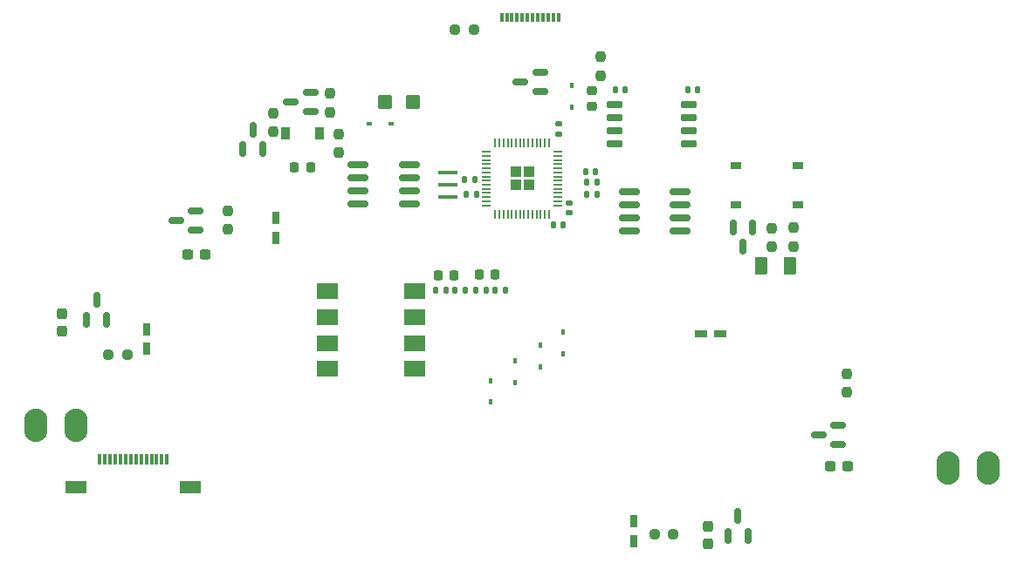
<source format=gbr>
G04 #@! TF.GenerationSoftware,KiCad,Pcbnew,(6.0.7)*
G04 #@! TF.CreationDate,2023-02-24T15:51:33-08:00*
G04 #@! TF.ProjectId,procon_gcc_main_pcb,70726f63-6f6e-45f6-9763-635f6d61696e,rev?*
G04 #@! TF.SameCoordinates,Original*
G04 #@! TF.FileFunction,Paste,Top*
G04 #@! TF.FilePolarity,Positive*
%FSLAX46Y46*%
G04 Gerber Fmt 4.6, Leading zero omitted, Abs format (unit mm)*
G04 Created by KiCad (PCBNEW (6.0.7)) date 2023-02-24 15:51:33*
%MOMM*%
%LPD*%
G01*
G04 APERTURE LIST*
G04 Aperture macros list*
%AMRoundRect*
0 Rectangle with rounded corners*
0 $1 Rounding radius*
0 $2 $3 $4 $5 $6 $7 $8 $9 X,Y pos of 4 corners*
0 Add a 4 corners polygon primitive as box body*
4,1,4,$2,$3,$4,$5,$6,$7,$8,$9,$2,$3,0*
0 Add four circle primitives for the rounded corners*
1,1,$1+$1,$2,$3*
1,1,$1+$1,$4,$5*
1,1,$1+$1,$6,$7*
1,1,$1+$1,$8,$9*
0 Add four rect primitives between the rounded corners*
20,1,$1+$1,$2,$3,$4,$5,0*
20,1,$1+$1,$4,$5,$6,$7,0*
20,1,$1+$1,$6,$7,$8,$9,0*
20,1,$1+$1,$8,$9,$2,$3,0*%
G04 Aperture macros list end*
%ADD10RoundRect,0.237500X-0.237500X0.250000X-0.237500X-0.250000X0.237500X-0.250000X0.237500X0.250000X0*%
%ADD11RoundRect,0.135000X0.135000X0.185000X-0.135000X0.185000X-0.135000X-0.185000X0.135000X-0.185000X0*%
%ADD12R,0.600000X0.450000*%
%ADD13R,0.900000X1.200000*%
%ADD14RoundRect,0.237500X0.237500X-0.250000X0.237500X0.250000X-0.237500X0.250000X-0.237500X-0.250000X0*%
%ADD15RoundRect,0.140000X0.140000X0.170000X-0.140000X0.170000X-0.140000X-0.170000X0.140000X-0.170000X0*%
%ADD16RoundRect,0.150000X0.587500X0.150000X-0.587500X0.150000X-0.587500X-0.150000X0.587500X-0.150000X0*%
%ADD17RoundRect,0.237500X0.300000X0.237500X-0.300000X0.237500X-0.300000X-0.237500X0.300000X-0.237500X0*%
%ADD18RoundRect,0.150000X-0.150000X0.587500X-0.150000X-0.587500X0.150000X-0.587500X0.150000X0.587500X0*%
%ADD19RoundRect,0.140000X-0.140000X-0.170000X0.140000X-0.170000X0.140000X0.170000X-0.140000X0.170000X0*%
%ADD20R,0.450000X0.600000*%
%ADD21RoundRect,0.150000X-0.825000X-0.150000X0.825000X-0.150000X0.825000X0.150000X-0.825000X0.150000X0*%
%ADD22R,0.750000X1.200000*%
%ADD23O,2.250000X3.250000*%
%ADD24RoundRect,0.250000X0.375000X0.625000X-0.375000X0.625000X-0.375000X-0.625000X0.375000X-0.625000X0*%
%ADD25RoundRect,0.150000X0.150000X-0.587500X0.150000X0.587500X-0.150000X0.587500X-0.150000X-0.587500X0*%
%ADD26RoundRect,0.225000X0.250000X-0.225000X0.250000X0.225000X-0.250000X0.225000X-0.250000X-0.225000X0*%
%ADD27RoundRect,0.225000X0.225000X0.250000X-0.225000X0.250000X-0.225000X-0.250000X0.225000X-0.250000X0*%
%ADD28RoundRect,0.250000X-0.292217X0.292217X-0.292217X-0.292217X0.292217X-0.292217X0.292217X0.292217X0*%
%ADD29RoundRect,0.050000X-0.050000X0.387500X-0.050000X-0.387500X0.050000X-0.387500X0.050000X0.387500X0*%
%ADD30RoundRect,0.050000X-0.387500X0.050000X-0.387500X-0.050000X0.387500X-0.050000X0.387500X0.050000X0*%
%ADD31R,1.900000X0.400000*%
%ADD32RoundRect,0.140000X0.170000X-0.140000X0.170000X0.140000X-0.170000X0.140000X-0.170000X-0.140000X0*%
%ADD33RoundRect,0.237500X-0.250000X-0.237500X0.250000X-0.237500X0.250000X0.237500X-0.250000X0.237500X0*%
%ADD34RoundRect,0.237500X0.237500X-0.300000X0.237500X0.300000X-0.237500X0.300000X-0.237500X-0.300000X0*%
%ADD35R,1.000000X0.750000*%
%ADD36RoundRect,0.150000X0.825000X0.150000X-0.825000X0.150000X-0.825000X-0.150000X0.825000X-0.150000X0*%
%ADD37R,2.100000X1.600000*%
%ADD38RoundRect,0.140000X-0.170000X0.140000X-0.170000X-0.140000X0.170000X-0.140000X0.170000X0.140000X0*%
%ADD39R,2.000000X1.300000*%
%ADD40R,0.300000X1.000000*%
%ADD41R,0.300000X0.900000*%
%ADD42RoundRect,0.150000X-0.650000X-0.150000X0.650000X-0.150000X0.650000X0.150000X-0.650000X0.150000X0*%
%ADD43RoundRect,0.250000X-0.450000X-0.425000X0.450000X-0.425000X0.450000X0.425000X-0.450000X0.425000X0*%
%ADD44RoundRect,0.135000X-0.135000X-0.185000X0.135000X-0.185000X0.135000X0.185000X-0.135000X0.185000X0*%
%ADD45RoundRect,0.237500X0.250000X0.237500X-0.250000X0.237500X-0.250000X-0.237500X0.250000X-0.237500X0*%
%ADD46R,1.200000X0.750000*%
G04 APERTURE END LIST*
D10*
X113538000Y-108307500D03*
X113538000Y-110132500D03*
D11*
X144960000Y-115050000D03*
X143940000Y-115050000D03*
D12*
X122860000Y-109340000D03*
X124960000Y-109340000D03*
D13*
X118050000Y-110250000D03*
X114750000Y-110250000D03*
D14*
X161925000Y-121305000D03*
X161925000Y-119480000D03*
D10*
X169184000Y-133621500D03*
X169184000Y-135446500D03*
D15*
X133250000Y-116240000D03*
X132290000Y-116240000D03*
D16*
X106027500Y-119720000D03*
X106027500Y-117820000D03*
X104152500Y-118770000D03*
D17*
X106986500Y-122044000D03*
X105261500Y-122044000D03*
D18*
X160075000Y-119455000D03*
X158175000Y-119455000D03*
X159125000Y-121330000D03*
D19*
X153770000Y-106025000D03*
X154730000Y-106025000D03*
D16*
X139437500Y-106250000D03*
X139437500Y-104350000D03*
X137562500Y-105300000D03*
D20*
X142500000Y-107770000D03*
X142500000Y-105670000D03*
D21*
X121800000Y-113295000D03*
X121800000Y-114565000D03*
X121800000Y-115835000D03*
X121800000Y-117105000D03*
X126750000Y-117105000D03*
X126750000Y-115835000D03*
X126750000Y-114565000D03*
X126750000Y-113295000D03*
D20*
X137000000Y-132410000D03*
X137000000Y-134510000D03*
D11*
X132190000Y-125510000D03*
X131170000Y-125510000D03*
D22*
X113800000Y-120430000D03*
X113800000Y-118530000D03*
D11*
X136090000Y-125520000D03*
X135070000Y-125520000D03*
D17*
X169306500Y-142654000D03*
X167581500Y-142654000D03*
D22*
X148540000Y-147990000D03*
X148540000Y-149890000D03*
D14*
X164050000Y-121280000D03*
X164050000Y-119455000D03*
D23*
X178969000Y-142769000D03*
X182869000Y-142769000D03*
D24*
X163650000Y-123192500D03*
X160850000Y-123192500D03*
D25*
X110625000Y-111837500D03*
X112525000Y-111837500D03*
X111575000Y-109962500D03*
D11*
X144935000Y-116225000D03*
X143915000Y-116225000D03*
D26*
X144460000Y-107665000D03*
X144460000Y-106115000D03*
D11*
X130340000Y-125500000D03*
X129320000Y-125500000D03*
D19*
X140700000Y-119180000D03*
X141660000Y-119180000D03*
D27*
X131100000Y-124050000D03*
X129550000Y-124050000D03*
D19*
X146720000Y-106050000D03*
X147680000Y-106050000D03*
D28*
X138332500Y-114046079D03*
X137057500Y-114046079D03*
X137057500Y-115321079D03*
X138332500Y-115321079D03*
D29*
X140295000Y-111246079D03*
X139895000Y-111246079D03*
X139495000Y-111246079D03*
X139095000Y-111246079D03*
X138695000Y-111246079D03*
X138295000Y-111246079D03*
X137895000Y-111246079D03*
X137495000Y-111246079D03*
X137095000Y-111246079D03*
X136695000Y-111246079D03*
X136295000Y-111246079D03*
X135895000Y-111246079D03*
X135495000Y-111246079D03*
X135095000Y-111246079D03*
D30*
X134257500Y-112083579D03*
X134257500Y-112483579D03*
X134257500Y-112883579D03*
X134257500Y-113283579D03*
X134257500Y-113683579D03*
X134257500Y-114083579D03*
X134257500Y-114483579D03*
X134257500Y-114883579D03*
X134257500Y-115283579D03*
X134257500Y-115683579D03*
X134257500Y-116083579D03*
X134257500Y-116483579D03*
X134257500Y-116883579D03*
X134257500Y-117283579D03*
D29*
X135095000Y-118121079D03*
X135495000Y-118121079D03*
X135895000Y-118121079D03*
X136295000Y-118121079D03*
X136695000Y-118121079D03*
X137095000Y-118121079D03*
X137495000Y-118121079D03*
X137895000Y-118121079D03*
X138295000Y-118121079D03*
X138695000Y-118121079D03*
X139095000Y-118121079D03*
X139495000Y-118121079D03*
X139895000Y-118121079D03*
X140295000Y-118121079D03*
D30*
X141132500Y-117283579D03*
X141132500Y-116883579D03*
X141132500Y-116483579D03*
X141132500Y-116083579D03*
X141132500Y-115683579D03*
X141132500Y-115283579D03*
X141132500Y-114883579D03*
X141132500Y-114483579D03*
X141132500Y-114083579D03*
X141132500Y-113683579D03*
X141132500Y-113283579D03*
X141132500Y-112883579D03*
X141132500Y-112483579D03*
X141132500Y-112083579D03*
D31*
X130500000Y-114075000D03*
X130500000Y-116475000D03*
X130500000Y-115275000D03*
D27*
X135075000Y-124025000D03*
X133525000Y-124025000D03*
D32*
X141250000Y-110330000D03*
X141250000Y-109370000D03*
D33*
X150541500Y-149234000D03*
X152366500Y-149234000D03*
D34*
X155724000Y-150186500D03*
X155724000Y-148461500D03*
D35*
X164442500Y-117195000D03*
X158442500Y-117195000D03*
X164442500Y-113445000D03*
X158442500Y-113445000D03*
D20*
X139430000Y-130880000D03*
X139430000Y-132980000D03*
D36*
X153015000Y-119795000D03*
X153015000Y-118525000D03*
X153015000Y-117255000D03*
X153015000Y-115985000D03*
X148065000Y-115985000D03*
X148065000Y-117255000D03*
X148065000Y-118525000D03*
X148065000Y-119795000D03*
D34*
X93054000Y-129534000D03*
X93054000Y-127809000D03*
D14*
X109200000Y-119619000D03*
X109200000Y-117794000D03*
D22*
X101325000Y-131225000D03*
X101325000Y-129325000D03*
D15*
X144830000Y-113975000D03*
X143870000Y-113975000D03*
D27*
X117165000Y-113580000D03*
X115615000Y-113580000D03*
D25*
X95470000Y-128367500D03*
X97370000Y-128367500D03*
X96420000Y-126492500D03*
D37*
X118800000Y-125575000D03*
X118800000Y-128125000D03*
X118800000Y-130665000D03*
X118800000Y-133175000D03*
X127300000Y-125575000D03*
X127300000Y-128125000D03*
X127300000Y-130665000D03*
X127300000Y-133175000D03*
D23*
X94450000Y-138690000D03*
X90550000Y-138690000D03*
D38*
X142240000Y-117030000D03*
X142240000Y-117990000D03*
D39*
X105550000Y-144625000D03*
X94450000Y-144625000D03*
D40*
X96750000Y-141925000D03*
X97250000Y-141925000D03*
X97750000Y-141925000D03*
X98250000Y-141925000D03*
X98750000Y-141925000D03*
X99250000Y-141925000D03*
X99750000Y-141925000D03*
X100250000Y-141925000D03*
X100750000Y-141925000D03*
X101250000Y-141925000D03*
X101750000Y-141925000D03*
X102250000Y-141925000D03*
X102750000Y-141925000D03*
X103250000Y-141925000D03*
D11*
X134190000Y-125510000D03*
X133170000Y-125510000D03*
D16*
X117162500Y-108200000D03*
X117162500Y-106300000D03*
X115287500Y-107250000D03*
D41*
X141210000Y-99035000D03*
X140710000Y-99035000D03*
X140210000Y-99035000D03*
X139710000Y-99035000D03*
X139210000Y-99035000D03*
X138710000Y-99035000D03*
X138210000Y-99035000D03*
X137710000Y-99035000D03*
X137210000Y-99035000D03*
X136710000Y-99035000D03*
X136210000Y-99035000D03*
X135710000Y-99035000D03*
D42*
X146675000Y-107520000D03*
X146675000Y-108790000D03*
X146675000Y-110060000D03*
X146675000Y-111330000D03*
X153875000Y-111330000D03*
X153875000Y-110060000D03*
X153875000Y-108790000D03*
X153875000Y-107520000D03*
D43*
X124397500Y-107270000D03*
X127097500Y-107270000D03*
D44*
X132065000Y-114775000D03*
X133085000Y-114775000D03*
D45*
X99416500Y-131824000D03*
X97591500Y-131824000D03*
D20*
X134620000Y-134300000D03*
X134620000Y-136400000D03*
D14*
X119050000Y-108237500D03*
X119050000Y-106412500D03*
D45*
X133012500Y-100240000D03*
X131187500Y-100240000D03*
D25*
X157680000Y-149367500D03*
X159580000Y-149367500D03*
X158630000Y-147492500D03*
D14*
X119875000Y-112162500D03*
X119875000Y-110337500D03*
D20*
X141630000Y-129620000D03*
X141630000Y-131720000D03*
D46*
X156906000Y-129794000D03*
X155006000Y-129794000D03*
D10*
X145330000Y-102837500D03*
X145330000Y-104662500D03*
D16*
X168317500Y-140510000D03*
X168317500Y-138610000D03*
X166442500Y-139560000D03*
M02*

</source>
